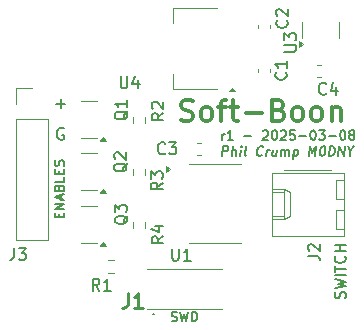
<source format=gbr>
%TF.GenerationSoftware,KiCad,Pcbnew,9.0.0-9.0.0-2~ubuntu24.04.1*%
%TF.CreationDate,2025-03-10T00:00:20+00:00*%
%TF.ProjectId,boondocker-softstart,626f6f6e-646f-4636-9b65-722d736f6674,rev?*%
%TF.SameCoordinates,Original*%
%TF.FileFunction,Legend,Top*%
%TF.FilePolarity,Positive*%
%FSLAX46Y46*%
G04 Gerber Fmt 4.6, Leading zero omitted, Abs format (unit mm)*
G04 Created by KiCad (PCBNEW 9.0.0-9.0.0-2~ubuntu24.04.1) date 2025-03-10 00:00:20*
%MOMM*%
%LPD*%
G01*
G04 APERTURE LIST*
%ADD10C,0.150000*%
%ADD11C,0.360000*%
%ADD12C,0.254000*%
%ADD13C,0.120000*%
%ADD14C,0.100000*%
%ADD15C,0.200000*%
G04 APERTURE END LIST*
D10*
X97689160Y-87494295D02*
X97689160Y-86960961D01*
X97689160Y-87113342D02*
X97727255Y-87037152D01*
X97727255Y-87037152D02*
X97765350Y-86999057D01*
X97765350Y-86999057D02*
X97841541Y-86960961D01*
X97841541Y-86960961D02*
X97917731Y-86960961D01*
X98603445Y-87494295D02*
X98146302Y-87494295D01*
X98374874Y-87494295D02*
X98374874Y-86694295D01*
X98374874Y-86694295D02*
X98298683Y-86808580D01*
X98298683Y-86808580D02*
X98222493Y-86884771D01*
X98222493Y-86884771D02*
X98146302Y-86922866D01*
X99555827Y-87189533D02*
X100165351Y-87189533D01*
X101117731Y-86770485D02*
X101155827Y-86732390D01*
X101155827Y-86732390D02*
X101232017Y-86694295D01*
X101232017Y-86694295D02*
X101422493Y-86694295D01*
X101422493Y-86694295D02*
X101498684Y-86732390D01*
X101498684Y-86732390D02*
X101536779Y-86770485D01*
X101536779Y-86770485D02*
X101574874Y-86846676D01*
X101574874Y-86846676D02*
X101574874Y-86922866D01*
X101574874Y-86922866D02*
X101536779Y-87037152D01*
X101536779Y-87037152D02*
X101079636Y-87494295D01*
X101079636Y-87494295D02*
X101574874Y-87494295D01*
X102070113Y-86694295D02*
X102146303Y-86694295D01*
X102146303Y-86694295D02*
X102222494Y-86732390D01*
X102222494Y-86732390D02*
X102260589Y-86770485D01*
X102260589Y-86770485D02*
X102298684Y-86846676D01*
X102298684Y-86846676D02*
X102336779Y-86999057D01*
X102336779Y-86999057D02*
X102336779Y-87189533D01*
X102336779Y-87189533D02*
X102298684Y-87341914D01*
X102298684Y-87341914D02*
X102260589Y-87418104D01*
X102260589Y-87418104D02*
X102222494Y-87456200D01*
X102222494Y-87456200D02*
X102146303Y-87494295D01*
X102146303Y-87494295D02*
X102070113Y-87494295D01*
X102070113Y-87494295D02*
X101993922Y-87456200D01*
X101993922Y-87456200D02*
X101955827Y-87418104D01*
X101955827Y-87418104D02*
X101917732Y-87341914D01*
X101917732Y-87341914D02*
X101879636Y-87189533D01*
X101879636Y-87189533D02*
X101879636Y-86999057D01*
X101879636Y-86999057D02*
X101917732Y-86846676D01*
X101917732Y-86846676D02*
X101955827Y-86770485D01*
X101955827Y-86770485D02*
X101993922Y-86732390D01*
X101993922Y-86732390D02*
X102070113Y-86694295D01*
X102641541Y-86770485D02*
X102679637Y-86732390D01*
X102679637Y-86732390D02*
X102755827Y-86694295D01*
X102755827Y-86694295D02*
X102946303Y-86694295D01*
X102946303Y-86694295D02*
X103022494Y-86732390D01*
X103022494Y-86732390D02*
X103060589Y-86770485D01*
X103060589Y-86770485D02*
X103098684Y-86846676D01*
X103098684Y-86846676D02*
X103098684Y-86922866D01*
X103098684Y-86922866D02*
X103060589Y-87037152D01*
X103060589Y-87037152D02*
X102603446Y-87494295D01*
X102603446Y-87494295D02*
X103098684Y-87494295D01*
X103822494Y-86694295D02*
X103441542Y-86694295D01*
X103441542Y-86694295D02*
X103403446Y-87075247D01*
X103403446Y-87075247D02*
X103441542Y-87037152D01*
X103441542Y-87037152D02*
X103517732Y-86999057D01*
X103517732Y-86999057D02*
X103708208Y-86999057D01*
X103708208Y-86999057D02*
X103784399Y-87037152D01*
X103784399Y-87037152D02*
X103822494Y-87075247D01*
X103822494Y-87075247D02*
X103860589Y-87151438D01*
X103860589Y-87151438D02*
X103860589Y-87341914D01*
X103860589Y-87341914D02*
X103822494Y-87418104D01*
X103822494Y-87418104D02*
X103784399Y-87456200D01*
X103784399Y-87456200D02*
X103708208Y-87494295D01*
X103708208Y-87494295D02*
X103517732Y-87494295D01*
X103517732Y-87494295D02*
X103441542Y-87456200D01*
X103441542Y-87456200D02*
X103403446Y-87418104D01*
X104203447Y-87189533D02*
X104812971Y-87189533D01*
X105346304Y-86694295D02*
X105422494Y-86694295D01*
X105422494Y-86694295D02*
X105498685Y-86732390D01*
X105498685Y-86732390D02*
X105536780Y-86770485D01*
X105536780Y-86770485D02*
X105574875Y-86846676D01*
X105574875Y-86846676D02*
X105612970Y-86999057D01*
X105612970Y-86999057D02*
X105612970Y-87189533D01*
X105612970Y-87189533D02*
X105574875Y-87341914D01*
X105574875Y-87341914D02*
X105536780Y-87418104D01*
X105536780Y-87418104D02*
X105498685Y-87456200D01*
X105498685Y-87456200D02*
X105422494Y-87494295D01*
X105422494Y-87494295D02*
X105346304Y-87494295D01*
X105346304Y-87494295D02*
X105270113Y-87456200D01*
X105270113Y-87456200D02*
X105232018Y-87418104D01*
X105232018Y-87418104D02*
X105193923Y-87341914D01*
X105193923Y-87341914D02*
X105155827Y-87189533D01*
X105155827Y-87189533D02*
X105155827Y-86999057D01*
X105155827Y-86999057D02*
X105193923Y-86846676D01*
X105193923Y-86846676D02*
X105232018Y-86770485D01*
X105232018Y-86770485D02*
X105270113Y-86732390D01*
X105270113Y-86732390D02*
X105346304Y-86694295D01*
X105879637Y-86694295D02*
X106374875Y-86694295D01*
X106374875Y-86694295D02*
X106108209Y-86999057D01*
X106108209Y-86999057D02*
X106222494Y-86999057D01*
X106222494Y-86999057D02*
X106298685Y-87037152D01*
X106298685Y-87037152D02*
X106336780Y-87075247D01*
X106336780Y-87075247D02*
X106374875Y-87151438D01*
X106374875Y-87151438D02*
X106374875Y-87341914D01*
X106374875Y-87341914D02*
X106336780Y-87418104D01*
X106336780Y-87418104D02*
X106298685Y-87456200D01*
X106298685Y-87456200D02*
X106222494Y-87494295D01*
X106222494Y-87494295D02*
X105993923Y-87494295D01*
X105993923Y-87494295D02*
X105917732Y-87456200D01*
X105917732Y-87456200D02*
X105879637Y-87418104D01*
X106717733Y-87189533D02*
X107327257Y-87189533D01*
X107860590Y-86694295D02*
X107936780Y-86694295D01*
X107936780Y-86694295D02*
X108012971Y-86732390D01*
X108012971Y-86732390D02*
X108051066Y-86770485D01*
X108051066Y-86770485D02*
X108089161Y-86846676D01*
X108089161Y-86846676D02*
X108127256Y-86999057D01*
X108127256Y-86999057D02*
X108127256Y-87189533D01*
X108127256Y-87189533D02*
X108089161Y-87341914D01*
X108089161Y-87341914D02*
X108051066Y-87418104D01*
X108051066Y-87418104D02*
X108012971Y-87456200D01*
X108012971Y-87456200D02*
X107936780Y-87494295D01*
X107936780Y-87494295D02*
X107860590Y-87494295D01*
X107860590Y-87494295D02*
X107784399Y-87456200D01*
X107784399Y-87456200D02*
X107746304Y-87418104D01*
X107746304Y-87418104D02*
X107708209Y-87341914D01*
X107708209Y-87341914D02*
X107670113Y-87189533D01*
X107670113Y-87189533D02*
X107670113Y-86999057D01*
X107670113Y-86999057D02*
X107708209Y-86846676D01*
X107708209Y-86846676D02*
X107746304Y-86770485D01*
X107746304Y-86770485D02*
X107784399Y-86732390D01*
X107784399Y-86732390D02*
X107860590Y-86694295D01*
X108584399Y-87037152D02*
X108508209Y-86999057D01*
X108508209Y-86999057D02*
X108470114Y-86960961D01*
X108470114Y-86960961D02*
X108432018Y-86884771D01*
X108432018Y-86884771D02*
X108432018Y-86846676D01*
X108432018Y-86846676D02*
X108470114Y-86770485D01*
X108470114Y-86770485D02*
X108508209Y-86732390D01*
X108508209Y-86732390D02*
X108584399Y-86694295D01*
X108584399Y-86694295D02*
X108736780Y-86694295D01*
X108736780Y-86694295D02*
X108812971Y-86732390D01*
X108812971Y-86732390D02*
X108851066Y-86770485D01*
X108851066Y-86770485D02*
X108889161Y-86846676D01*
X108889161Y-86846676D02*
X108889161Y-86884771D01*
X108889161Y-86884771D02*
X108851066Y-86960961D01*
X108851066Y-86960961D02*
X108812971Y-86999057D01*
X108812971Y-86999057D02*
X108736780Y-87037152D01*
X108736780Y-87037152D02*
X108584399Y-87037152D01*
X108584399Y-87037152D02*
X108508209Y-87075247D01*
X108508209Y-87075247D02*
X108470114Y-87113342D01*
X108470114Y-87113342D02*
X108432018Y-87189533D01*
X108432018Y-87189533D02*
X108432018Y-87341914D01*
X108432018Y-87341914D02*
X108470114Y-87418104D01*
X108470114Y-87418104D02*
X108508209Y-87456200D01*
X108508209Y-87456200D02*
X108584399Y-87494295D01*
X108584399Y-87494295D02*
X108736780Y-87494295D01*
X108736780Y-87494295D02*
X108812971Y-87456200D01*
X108812971Y-87456200D02*
X108851066Y-87418104D01*
X108851066Y-87418104D02*
X108889161Y-87341914D01*
X108889161Y-87341914D02*
X108889161Y-87189533D01*
X108889161Y-87189533D02*
X108851066Y-87113342D01*
X108851066Y-87113342D02*
X108812971Y-87075247D01*
X108812971Y-87075247D02*
X108736780Y-87037152D01*
X97684398Y-88844295D02*
X97784398Y-88044295D01*
X97784398Y-88044295D02*
X98089160Y-88044295D01*
X98089160Y-88044295D02*
X98160588Y-88082390D01*
X98160588Y-88082390D02*
X98193922Y-88120485D01*
X98193922Y-88120485D02*
X98222493Y-88196676D01*
X98222493Y-88196676D02*
X98208207Y-88310961D01*
X98208207Y-88310961D02*
X98160588Y-88387152D01*
X98160588Y-88387152D02*
X98117731Y-88425247D01*
X98117731Y-88425247D02*
X98036779Y-88463342D01*
X98036779Y-88463342D02*
X97732017Y-88463342D01*
X98484398Y-88844295D02*
X98584398Y-88044295D01*
X98827255Y-88844295D02*
X98879636Y-88425247D01*
X98879636Y-88425247D02*
X98851064Y-88349057D01*
X98851064Y-88349057D02*
X98779636Y-88310961D01*
X98779636Y-88310961D02*
X98665350Y-88310961D01*
X98665350Y-88310961D02*
X98584398Y-88349057D01*
X98584398Y-88349057D02*
X98541541Y-88387152D01*
X99208208Y-88844295D02*
X99274874Y-88310961D01*
X99308208Y-88044295D02*
X99265351Y-88082390D01*
X99265351Y-88082390D02*
X99298684Y-88120485D01*
X99298684Y-88120485D02*
X99341541Y-88082390D01*
X99341541Y-88082390D02*
X99308208Y-88044295D01*
X99308208Y-88044295D02*
X99298684Y-88120485D01*
X99703446Y-88844295D02*
X99632017Y-88806200D01*
X99632017Y-88806200D02*
X99603446Y-88730009D01*
X99603446Y-88730009D02*
X99689160Y-88044295D01*
X101084398Y-88768104D02*
X101041541Y-88806200D01*
X101041541Y-88806200D02*
X100922494Y-88844295D01*
X100922494Y-88844295D02*
X100846303Y-88844295D01*
X100846303Y-88844295D02*
X100736779Y-88806200D01*
X100736779Y-88806200D02*
X100670113Y-88730009D01*
X100670113Y-88730009D02*
X100641541Y-88653819D01*
X100641541Y-88653819D02*
X100622494Y-88501438D01*
X100622494Y-88501438D02*
X100636779Y-88387152D01*
X100636779Y-88387152D02*
X100693922Y-88234771D01*
X100693922Y-88234771D02*
X100741541Y-88158580D01*
X100741541Y-88158580D02*
X100827256Y-88082390D01*
X100827256Y-88082390D02*
X100946303Y-88044295D01*
X100946303Y-88044295D02*
X101022494Y-88044295D01*
X101022494Y-88044295D02*
X101132018Y-88082390D01*
X101132018Y-88082390D02*
X101165351Y-88120485D01*
X101417732Y-88844295D02*
X101484398Y-88310961D01*
X101465351Y-88463342D02*
X101512970Y-88387152D01*
X101512970Y-88387152D02*
X101555827Y-88349057D01*
X101555827Y-88349057D02*
X101636779Y-88310961D01*
X101636779Y-88310961D02*
X101712970Y-88310961D01*
X102322494Y-88310961D02*
X102255827Y-88844295D01*
X101979636Y-88310961D02*
X101927256Y-88730009D01*
X101927256Y-88730009D02*
X101955827Y-88806200D01*
X101955827Y-88806200D02*
X102027256Y-88844295D01*
X102027256Y-88844295D02*
X102141541Y-88844295D01*
X102141541Y-88844295D02*
X102222494Y-88806200D01*
X102222494Y-88806200D02*
X102265351Y-88768104D01*
X102636780Y-88844295D02*
X102703446Y-88310961D01*
X102693923Y-88387152D02*
X102736780Y-88349057D01*
X102736780Y-88349057D02*
X102817732Y-88310961D01*
X102817732Y-88310961D02*
X102932018Y-88310961D01*
X102932018Y-88310961D02*
X103003446Y-88349057D01*
X103003446Y-88349057D02*
X103032018Y-88425247D01*
X103032018Y-88425247D02*
X102979637Y-88844295D01*
X103032018Y-88425247D02*
X103079637Y-88349057D01*
X103079637Y-88349057D02*
X103160589Y-88310961D01*
X103160589Y-88310961D02*
X103274875Y-88310961D01*
X103274875Y-88310961D02*
X103346304Y-88349057D01*
X103346304Y-88349057D02*
X103374875Y-88425247D01*
X103374875Y-88425247D02*
X103322494Y-88844295D01*
X103770113Y-88310961D02*
X103670113Y-89110961D01*
X103765352Y-88349057D02*
X103846304Y-88310961D01*
X103846304Y-88310961D02*
X103998685Y-88310961D01*
X103998685Y-88310961D02*
X104070113Y-88349057D01*
X104070113Y-88349057D02*
X104103447Y-88387152D01*
X104103447Y-88387152D02*
X104132018Y-88463342D01*
X104132018Y-88463342D02*
X104103447Y-88691914D01*
X104103447Y-88691914D02*
X104055828Y-88768104D01*
X104055828Y-88768104D02*
X104012971Y-88806200D01*
X104012971Y-88806200D02*
X103932018Y-88844295D01*
X103932018Y-88844295D02*
X103779637Y-88844295D01*
X103779637Y-88844295D02*
X103708209Y-88806200D01*
X105036781Y-88844295D02*
X105136781Y-88044295D01*
X105136781Y-88044295D02*
X105332019Y-88615723D01*
X105332019Y-88615723D02*
X105670114Y-88044295D01*
X105670114Y-88044295D02*
X105570114Y-88844295D01*
X106203448Y-88044295D02*
X106279638Y-88044295D01*
X106279638Y-88044295D02*
X106351067Y-88082390D01*
X106351067Y-88082390D02*
X106384400Y-88120485D01*
X106384400Y-88120485D02*
X106412972Y-88196676D01*
X106412972Y-88196676D02*
X106432019Y-88349057D01*
X106432019Y-88349057D02*
X106408210Y-88539533D01*
X106408210Y-88539533D02*
X106351067Y-88691914D01*
X106351067Y-88691914D02*
X106303448Y-88768104D01*
X106303448Y-88768104D02*
X106260591Y-88806200D01*
X106260591Y-88806200D02*
X106179638Y-88844295D01*
X106179638Y-88844295D02*
X106103448Y-88844295D01*
X106103448Y-88844295D02*
X106032019Y-88806200D01*
X106032019Y-88806200D02*
X105998686Y-88768104D01*
X105998686Y-88768104D02*
X105970114Y-88691914D01*
X105970114Y-88691914D02*
X105951067Y-88539533D01*
X105951067Y-88539533D02*
X105974876Y-88349057D01*
X105974876Y-88349057D02*
X106032019Y-88196676D01*
X106032019Y-88196676D02*
X106079638Y-88120485D01*
X106079638Y-88120485D02*
X106122495Y-88082390D01*
X106122495Y-88082390D02*
X106203448Y-88044295D01*
X106712972Y-88844295D02*
X106812972Y-88044295D01*
X106812972Y-88044295D02*
X107003448Y-88044295D01*
X107003448Y-88044295D02*
X107112972Y-88082390D01*
X107112972Y-88082390D02*
X107179638Y-88158580D01*
X107179638Y-88158580D02*
X107208210Y-88234771D01*
X107208210Y-88234771D02*
X107227258Y-88387152D01*
X107227258Y-88387152D02*
X107212972Y-88501438D01*
X107212972Y-88501438D02*
X107155829Y-88653819D01*
X107155829Y-88653819D02*
X107108210Y-88730009D01*
X107108210Y-88730009D02*
X107022496Y-88806200D01*
X107022496Y-88806200D02*
X106903448Y-88844295D01*
X106903448Y-88844295D02*
X106712972Y-88844295D01*
X107512972Y-88844295D02*
X107612972Y-88044295D01*
X107612972Y-88044295D02*
X107970115Y-88844295D01*
X107970115Y-88844295D02*
X108070115Y-88044295D01*
X108551067Y-88463342D02*
X108503448Y-88844295D01*
X108336781Y-88044295D02*
X108551067Y-88463342D01*
X108551067Y-88463342D02*
X108870114Y-88044295D01*
X108089200Y-100879887D02*
X108132057Y-100751316D01*
X108132057Y-100751316D02*
X108132057Y-100537030D01*
X108132057Y-100537030D02*
X108089200Y-100451316D01*
X108089200Y-100451316D02*
X108046342Y-100408458D01*
X108046342Y-100408458D02*
X107960628Y-100365601D01*
X107960628Y-100365601D02*
X107874914Y-100365601D01*
X107874914Y-100365601D02*
X107789200Y-100408458D01*
X107789200Y-100408458D02*
X107746342Y-100451316D01*
X107746342Y-100451316D02*
X107703485Y-100537030D01*
X107703485Y-100537030D02*
X107660628Y-100708458D01*
X107660628Y-100708458D02*
X107617771Y-100794173D01*
X107617771Y-100794173D02*
X107574914Y-100837030D01*
X107574914Y-100837030D02*
X107489200Y-100879887D01*
X107489200Y-100879887D02*
X107403485Y-100879887D01*
X107403485Y-100879887D02*
X107317771Y-100837030D01*
X107317771Y-100837030D02*
X107274914Y-100794173D01*
X107274914Y-100794173D02*
X107232057Y-100708458D01*
X107232057Y-100708458D02*
X107232057Y-100494173D01*
X107232057Y-100494173D02*
X107274914Y-100365601D01*
X107232057Y-100065601D02*
X108132057Y-99851315D01*
X108132057Y-99851315D02*
X107489200Y-99679887D01*
X107489200Y-99679887D02*
X108132057Y-99508458D01*
X108132057Y-99508458D02*
X107232057Y-99294173D01*
X108132057Y-98951316D02*
X107232057Y-98951316D01*
X107232057Y-98651316D02*
X107232057Y-98137031D01*
X108132057Y-98394173D02*
X107232057Y-98394173D01*
X108046342Y-97322745D02*
X108089200Y-97365602D01*
X108089200Y-97365602D02*
X108132057Y-97494174D01*
X108132057Y-97494174D02*
X108132057Y-97579888D01*
X108132057Y-97579888D02*
X108089200Y-97708459D01*
X108089200Y-97708459D02*
X108003485Y-97794174D01*
X108003485Y-97794174D02*
X107917771Y-97837031D01*
X107917771Y-97837031D02*
X107746342Y-97879888D01*
X107746342Y-97879888D02*
X107617771Y-97879888D01*
X107617771Y-97879888D02*
X107446342Y-97837031D01*
X107446342Y-97837031D02*
X107360628Y-97794174D01*
X107360628Y-97794174D02*
X107274914Y-97708459D01*
X107274914Y-97708459D02*
X107232057Y-97579888D01*
X107232057Y-97579888D02*
X107232057Y-97494174D01*
X107232057Y-97494174D02*
X107274914Y-97365602D01*
X107274914Y-97365602D02*
X107317771Y-97322745D01*
X108132057Y-96937031D02*
X107232057Y-96937031D01*
X107660628Y-96937031D02*
X107660628Y-96422745D01*
X108132057Y-96422745D02*
X107232057Y-96422745D01*
X83875247Y-94060839D02*
X83875247Y-93794173D01*
X84294295Y-93679887D02*
X84294295Y-94060839D01*
X84294295Y-94060839D02*
X83494295Y-94060839D01*
X83494295Y-94060839D02*
X83494295Y-93679887D01*
X84294295Y-93337029D02*
X83494295Y-93337029D01*
X83494295Y-93337029D02*
X84294295Y-92879886D01*
X84294295Y-92879886D02*
X83494295Y-92879886D01*
X84065723Y-92537030D02*
X84065723Y-92156077D01*
X84294295Y-92613220D02*
X83494295Y-92346553D01*
X83494295Y-92346553D02*
X84294295Y-92079887D01*
X83875247Y-91546554D02*
X83913342Y-91432268D01*
X83913342Y-91432268D02*
X83951438Y-91394173D01*
X83951438Y-91394173D02*
X84027628Y-91356077D01*
X84027628Y-91356077D02*
X84141914Y-91356077D01*
X84141914Y-91356077D02*
X84218104Y-91394173D01*
X84218104Y-91394173D02*
X84256200Y-91432268D01*
X84256200Y-91432268D02*
X84294295Y-91508458D01*
X84294295Y-91508458D02*
X84294295Y-91813220D01*
X84294295Y-91813220D02*
X83494295Y-91813220D01*
X83494295Y-91813220D02*
X83494295Y-91546554D01*
X83494295Y-91546554D02*
X83532390Y-91470363D01*
X83532390Y-91470363D02*
X83570485Y-91432268D01*
X83570485Y-91432268D02*
X83646676Y-91394173D01*
X83646676Y-91394173D02*
X83722866Y-91394173D01*
X83722866Y-91394173D02*
X83799057Y-91432268D01*
X83799057Y-91432268D02*
X83837152Y-91470363D01*
X83837152Y-91470363D02*
X83875247Y-91546554D01*
X83875247Y-91546554D02*
X83875247Y-91813220D01*
X84294295Y-90632268D02*
X84294295Y-91013220D01*
X84294295Y-91013220D02*
X83494295Y-91013220D01*
X83875247Y-90365601D02*
X83875247Y-90098935D01*
X84294295Y-89984649D02*
X84294295Y-90365601D01*
X84294295Y-90365601D02*
X83494295Y-90365601D01*
X83494295Y-90365601D02*
X83494295Y-89984649D01*
X84256200Y-89679887D02*
X84294295Y-89565601D01*
X84294295Y-89565601D02*
X84294295Y-89375125D01*
X84294295Y-89375125D02*
X84256200Y-89298934D01*
X84256200Y-89298934D02*
X84218104Y-89260839D01*
X84218104Y-89260839D02*
X84141914Y-89222744D01*
X84141914Y-89222744D02*
X84065723Y-89222744D01*
X84065723Y-89222744D02*
X83989533Y-89260839D01*
X83989533Y-89260839D02*
X83951438Y-89298934D01*
X83951438Y-89298934D02*
X83913342Y-89375125D01*
X83913342Y-89375125D02*
X83875247Y-89527506D01*
X83875247Y-89527506D02*
X83837152Y-89603696D01*
X83837152Y-89603696D02*
X83799057Y-89641791D01*
X83799057Y-89641791D02*
X83722866Y-89679887D01*
X83722866Y-89679887D02*
X83646676Y-89679887D01*
X83646676Y-89679887D02*
X83570485Y-89641791D01*
X83570485Y-89641791D02*
X83532390Y-89603696D01*
X83532390Y-89603696D02*
X83494295Y-89527506D01*
X83494295Y-89527506D02*
X83494295Y-89337029D01*
X83494295Y-89337029D02*
X83532390Y-89222744D01*
D11*
X94179699Y-85825280D02*
X94436842Y-85910994D01*
X94436842Y-85910994D02*
X94865413Y-85910994D01*
X94865413Y-85910994D02*
X95036842Y-85825280D01*
X95036842Y-85825280D02*
X95122556Y-85739565D01*
X95122556Y-85739565D02*
X95208270Y-85568137D01*
X95208270Y-85568137D02*
X95208270Y-85396708D01*
X95208270Y-85396708D02*
X95122556Y-85225280D01*
X95122556Y-85225280D02*
X95036842Y-85139565D01*
X95036842Y-85139565D02*
X94865413Y-85053851D01*
X94865413Y-85053851D02*
X94522556Y-84968137D01*
X94522556Y-84968137D02*
X94351127Y-84882422D01*
X94351127Y-84882422D02*
X94265413Y-84796708D01*
X94265413Y-84796708D02*
X94179699Y-84625280D01*
X94179699Y-84625280D02*
X94179699Y-84453851D01*
X94179699Y-84453851D02*
X94265413Y-84282422D01*
X94265413Y-84282422D02*
X94351127Y-84196708D01*
X94351127Y-84196708D02*
X94522556Y-84110994D01*
X94522556Y-84110994D02*
X94951127Y-84110994D01*
X94951127Y-84110994D02*
X95208270Y-84196708D01*
X96236842Y-85910994D02*
X96065413Y-85825280D01*
X96065413Y-85825280D02*
X95979699Y-85739565D01*
X95979699Y-85739565D02*
X95893985Y-85568137D01*
X95893985Y-85568137D02*
X95893985Y-85053851D01*
X95893985Y-85053851D02*
X95979699Y-84882422D01*
X95979699Y-84882422D02*
X96065413Y-84796708D01*
X96065413Y-84796708D02*
X96236842Y-84710994D01*
X96236842Y-84710994D02*
X96493985Y-84710994D01*
X96493985Y-84710994D02*
X96665413Y-84796708D01*
X96665413Y-84796708D02*
X96751128Y-84882422D01*
X96751128Y-84882422D02*
X96836842Y-85053851D01*
X96836842Y-85053851D02*
X96836842Y-85568137D01*
X96836842Y-85568137D02*
X96751128Y-85739565D01*
X96751128Y-85739565D02*
X96665413Y-85825280D01*
X96665413Y-85825280D02*
X96493985Y-85910994D01*
X96493985Y-85910994D02*
X96236842Y-85910994D01*
X97351127Y-84710994D02*
X98036841Y-84710994D01*
X97608270Y-85910994D02*
X97608270Y-84368137D01*
X97608270Y-84368137D02*
X97693984Y-84196708D01*
X97693984Y-84196708D02*
X97865413Y-84110994D01*
X97865413Y-84110994D02*
X98036841Y-84110994D01*
X98379698Y-84710994D02*
X99065412Y-84710994D01*
X98636841Y-84110994D02*
X98636841Y-85653851D01*
X98636841Y-85653851D02*
X98722555Y-85825280D01*
X98722555Y-85825280D02*
X98893984Y-85910994D01*
X98893984Y-85910994D02*
X99065412Y-85910994D01*
X99665412Y-85225280D02*
X101036841Y-85225280D01*
X102493983Y-84968137D02*
X102751126Y-85053851D01*
X102751126Y-85053851D02*
X102836840Y-85139565D01*
X102836840Y-85139565D02*
X102922554Y-85310994D01*
X102922554Y-85310994D02*
X102922554Y-85568137D01*
X102922554Y-85568137D02*
X102836840Y-85739565D01*
X102836840Y-85739565D02*
X102751126Y-85825280D01*
X102751126Y-85825280D02*
X102579697Y-85910994D01*
X102579697Y-85910994D02*
X101893983Y-85910994D01*
X101893983Y-85910994D02*
X101893983Y-84110994D01*
X101893983Y-84110994D02*
X102493983Y-84110994D01*
X102493983Y-84110994D02*
X102665412Y-84196708D01*
X102665412Y-84196708D02*
X102751126Y-84282422D01*
X102751126Y-84282422D02*
X102836840Y-84453851D01*
X102836840Y-84453851D02*
X102836840Y-84625280D01*
X102836840Y-84625280D02*
X102751126Y-84796708D01*
X102751126Y-84796708D02*
X102665412Y-84882422D01*
X102665412Y-84882422D02*
X102493983Y-84968137D01*
X102493983Y-84968137D02*
X101893983Y-84968137D01*
X103951126Y-85910994D02*
X103779697Y-85825280D01*
X103779697Y-85825280D02*
X103693983Y-85739565D01*
X103693983Y-85739565D02*
X103608269Y-85568137D01*
X103608269Y-85568137D02*
X103608269Y-85053851D01*
X103608269Y-85053851D02*
X103693983Y-84882422D01*
X103693983Y-84882422D02*
X103779697Y-84796708D01*
X103779697Y-84796708D02*
X103951126Y-84710994D01*
X103951126Y-84710994D02*
X104208269Y-84710994D01*
X104208269Y-84710994D02*
X104379697Y-84796708D01*
X104379697Y-84796708D02*
X104465412Y-84882422D01*
X104465412Y-84882422D02*
X104551126Y-85053851D01*
X104551126Y-85053851D02*
X104551126Y-85568137D01*
X104551126Y-85568137D02*
X104465412Y-85739565D01*
X104465412Y-85739565D02*
X104379697Y-85825280D01*
X104379697Y-85825280D02*
X104208269Y-85910994D01*
X104208269Y-85910994D02*
X103951126Y-85910994D01*
X105579697Y-85910994D02*
X105408268Y-85825280D01*
X105408268Y-85825280D02*
X105322554Y-85739565D01*
X105322554Y-85739565D02*
X105236840Y-85568137D01*
X105236840Y-85568137D02*
X105236840Y-85053851D01*
X105236840Y-85053851D02*
X105322554Y-84882422D01*
X105322554Y-84882422D02*
X105408268Y-84796708D01*
X105408268Y-84796708D02*
X105579697Y-84710994D01*
X105579697Y-84710994D02*
X105836840Y-84710994D01*
X105836840Y-84710994D02*
X106008268Y-84796708D01*
X106008268Y-84796708D02*
X106093983Y-84882422D01*
X106093983Y-84882422D02*
X106179697Y-85053851D01*
X106179697Y-85053851D02*
X106179697Y-85568137D01*
X106179697Y-85568137D02*
X106093983Y-85739565D01*
X106093983Y-85739565D02*
X106008268Y-85825280D01*
X106008268Y-85825280D02*
X105836840Y-85910994D01*
X105836840Y-85910994D02*
X105579697Y-85910994D01*
X106951125Y-84710994D02*
X106951125Y-85910994D01*
X106951125Y-84882422D02*
X107036839Y-84796708D01*
X107036839Y-84796708D02*
X107208268Y-84710994D01*
X107208268Y-84710994D02*
X107465411Y-84710994D01*
X107465411Y-84710994D02*
X107636839Y-84796708D01*
X107636839Y-84796708D02*
X107722554Y-84968137D01*
X107722554Y-84968137D02*
X107722554Y-85910994D01*
D10*
X83636779Y-84438866D02*
X84398684Y-84438866D01*
X84017731Y-84819819D02*
X84017731Y-84057914D01*
X93401064Y-102806200D02*
X93515350Y-102844295D01*
X93515350Y-102844295D02*
X93705826Y-102844295D01*
X93705826Y-102844295D02*
X93782017Y-102806200D01*
X93782017Y-102806200D02*
X93820112Y-102768104D01*
X93820112Y-102768104D02*
X93858207Y-102691914D01*
X93858207Y-102691914D02*
X93858207Y-102615723D01*
X93858207Y-102615723D02*
X93820112Y-102539533D01*
X93820112Y-102539533D02*
X93782017Y-102501438D01*
X93782017Y-102501438D02*
X93705826Y-102463342D01*
X93705826Y-102463342D02*
X93553445Y-102425247D01*
X93553445Y-102425247D02*
X93477255Y-102387152D01*
X93477255Y-102387152D02*
X93439160Y-102349057D01*
X93439160Y-102349057D02*
X93401064Y-102272866D01*
X93401064Y-102272866D02*
X93401064Y-102196676D01*
X93401064Y-102196676D02*
X93439160Y-102120485D01*
X93439160Y-102120485D02*
X93477255Y-102082390D01*
X93477255Y-102082390D02*
X93553445Y-102044295D01*
X93553445Y-102044295D02*
X93743922Y-102044295D01*
X93743922Y-102044295D02*
X93858207Y-102082390D01*
X94124874Y-102044295D02*
X94315350Y-102844295D01*
X94315350Y-102844295D02*
X94467731Y-102272866D01*
X94467731Y-102272866D02*
X94620112Y-102844295D01*
X94620112Y-102844295D02*
X94810589Y-102044295D01*
X95115351Y-102844295D02*
X95115351Y-102044295D01*
X95115351Y-102044295D02*
X95305827Y-102044295D01*
X95305827Y-102044295D02*
X95420113Y-102082390D01*
X95420113Y-102082390D02*
X95496303Y-102158580D01*
X95496303Y-102158580D02*
X95534398Y-102234771D01*
X95534398Y-102234771D02*
X95572494Y-102387152D01*
X95572494Y-102387152D02*
X95572494Y-102501438D01*
X95572494Y-102501438D02*
X95534398Y-102653819D01*
X95534398Y-102653819D02*
X95496303Y-102730009D01*
X95496303Y-102730009D02*
X95420113Y-102806200D01*
X95420113Y-102806200D02*
X95305827Y-102844295D01*
X95305827Y-102844295D02*
X95115351Y-102844295D01*
X84260588Y-86517438D02*
X84165350Y-86469819D01*
X84165350Y-86469819D02*
X84022493Y-86469819D01*
X84022493Y-86469819D02*
X83879636Y-86517438D01*
X83879636Y-86517438D02*
X83784398Y-86612676D01*
X83784398Y-86612676D02*
X83736779Y-86707914D01*
X83736779Y-86707914D02*
X83689160Y-86898390D01*
X83689160Y-86898390D02*
X83689160Y-87041247D01*
X83689160Y-87041247D02*
X83736779Y-87231723D01*
X83736779Y-87231723D02*
X83784398Y-87326961D01*
X83784398Y-87326961D02*
X83879636Y-87422200D01*
X83879636Y-87422200D02*
X84022493Y-87469819D01*
X84022493Y-87469819D02*
X84117731Y-87469819D01*
X84117731Y-87469819D02*
X84260588Y-87422200D01*
X84260588Y-87422200D02*
X84308207Y-87374580D01*
X84308207Y-87374580D02*
X84308207Y-87041247D01*
X84308207Y-87041247D02*
X84117731Y-87041247D01*
X104954819Y-97313333D02*
X105669104Y-97313333D01*
X105669104Y-97313333D02*
X105811961Y-97360952D01*
X105811961Y-97360952D02*
X105907200Y-97456190D01*
X105907200Y-97456190D02*
X105954819Y-97599047D01*
X105954819Y-97599047D02*
X105954819Y-97694285D01*
X105050057Y-96884761D02*
X105002438Y-96837142D01*
X105002438Y-96837142D02*
X104954819Y-96741904D01*
X104954819Y-96741904D02*
X104954819Y-96503809D01*
X104954819Y-96503809D02*
X105002438Y-96408571D01*
X105002438Y-96408571D02*
X105050057Y-96360952D01*
X105050057Y-96360952D02*
X105145295Y-96313333D01*
X105145295Y-96313333D02*
X105240533Y-96313333D01*
X105240533Y-96313333D02*
X105383390Y-96360952D01*
X105383390Y-96360952D02*
X105954819Y-96932380D01*
X105954819Y-96932380D02*
X105954819Y-96313333D01*
X87295833Y-100254819D02*
X86962500Y-99778628D01*
X86724405Y-100254819D02*
X86724405Y-99254819D01*
X86724405Y-99254819D02*
X87105357Y-99254819D01*
X87105357Y-99254819D02*
X87200595Y-99302438D01*
X87200595Y-99302438D02*
X87248214Y-99350057D01*
X87248214Y-99350057D02*
X87295833Y-99445295D01*
X87295833Y-99445295D02*
X87295833Y-99588152D01*
X87295833Y-99588152D02*
X87248214Y-99683390D01*
X87248214Y-99683390D02*
X87200595Y-99731009D01*
X87200595Y-99731009D02*
X87105357Y-99778628D01*
X87105357Y-99778628D02*
X86724405Y-99778628D01*
X88248214Y-100254819D02*
X87676786Y-100254819D01*
X87962500Y-100254819D02*
X87962500Y-99254819D01*
X87962500Y-99254819D02*
X87867262Y-99397676D01*
X87867262Y-99397676D02*
X87772024Y-99492914D01*
X87772024Y-99492914D02*
X87676786Y-99540533D01*
X106483333Y-83559580D02*
X106435714Y-83607200D01*
X106435714Y-83607200D02*
X106292857Y-83654819D01*
X106292857Y-83654819D02*
X106197619Y-83654819D01*
X106197619Y-83654819D02*
X106054762Y-83607200D01*
X106054762Y-83607200D02*
X105959524Y-83511961D01*
X105959524Y-83511961D02*
X105911905Y-83416723D01*
X105911905Y-83416723D02*
X105864286Y-83226247D01*
X105864286Y-83226247D02*
X105864286Y-83083390D01*
X105864286Y-83083390D02*
X105911905Y-82892914D01*
X105911905Y-82892914D02*
X105959524Y-82797676D01*
X105959524Y-82797676D02*
X106054762Y-82702438D01*
X106054762Y-82702438D02*
X106197619Y-82654819D01*
X106197619Y-82654819D02*
X106292857Y-82654819D01*
X106292857Y-82654819D02*
X106435714Y-82702438D01*
X106435714Y-82702438D02*
X106483333Y-82750057D01*
X107340476Y-82988152D02*
X107340476Y-83654819D01*
X107102381Y-82607200D02*
X106864286Y-83321485D01*
X106864286Y-83321485D02*
X107483333Y-83321485D01*
X80066666Y-96654819D02*
X80066666Y-97369104D01*
X80066666Y-97369104D02*
X80019047Y-97511961D01*
X80019047Y-97511961D02*
X79923809Y-97607200D01*
X79923809Y-97607200D02*
X79780952Y-97654819D01*
X79780952Y-97654819D02*
X79685714Y-97654819D01*
X80447619Y-96654819D02*
X81066666Y-96654819D01*
X81066666Y-96654819D02*
X80733333Y-97035771D01*
X80733333Y-97035771D02*
X80876190Y-97035771D01*
X80876190Y-97035771D02*
X80971428Y-97083390D01*
X80971428Y-97083390D02*
X81019047Y-97131009D01*
X81019047Y-97131009D02*
X81066666Y-97226247D01*
X81066666Y-97226247D02*
X81066666Y-97464342D01*
X81066666Y-97464342D02*
X81019047Y-97559580D01*
X81019047Y-97559580D02*
X80971428Y-97607200D01*
X80971428Y-97607200D02*
X80876190Y-97654819D01*
X80876190Y-97654819D02*
X80590476Y-97654819D01*
X80590476Y-97654819D02*
X80495238Y-97607200D01*
X80495238Y-97607200D02*
X80447619Y-97559580D01*
X103159580Y-77366666D02*
X103207200Y-77414285D01*
X103207200Y-77414285D02*
X103254819Y-77557142D01*
X103254819Y-77557142D02*
X103254819Y-77652380D01*
X103254819Y-77652380D02*
X103207200Y-77795237D01*
X103207200Y-77795237D02*
X103111961Y-77890475D01*
X103111961Y-77890475D02*
X103016723Y-77938094D01*
X103016723Y-77938094D02*
X102826247Y-77985713D01*
X102826247Y-77985713D02*
X102683390Y-77985713D01*
X102683390Y-77985713D02*
X102492914Y-77938094D01*
X102492914Y-77938094D02*
X102397676Y-77890475D01*
X102397676Y-77890475D02*
X102302438Y-77795237D01*
X102302438Y-77795237D02*
X102254819Y-77652380D01*
X102254819Y-77652380D02*
X102254819Y-77557142D01*
X102254819Y-77557142D02*
X102302438Y-77414285D01*
X102302438Y-77414285D02*
X102350057Y-77366666D01*
X102350057Y-76985713D02*
X102302438Y-76938094D01*
X102302438Y-76938094D02*
X102254819Y-76842856D01*
X102254819Y-76842856D02*
X102254819Y-76604761D01*
X102254819Y-76604761D02*
X102302438Y-76509523D01*
X102302438Y-76509523D02*
X102350057Y-76461904D01*
X102350057Y-76461904D02*
X102445295Y-76414285D01*
X102445295Y-76414285D02*
X102540533Y-76414285D01*
X102540533Y-76414285D02*
X102683390Y-76461904D01*
X102683390Y-76461904D02*
X103254819Y-77033332D01*
X103254819Y-77033332D02*
X103254819Y-76414285D01*
X89650057Y-89445238D02*
X89602438Y-89540476D01*
X89602438Y-89540476D02*
X89507200Y-89635714D01*
X89507200Y-89635714D02*
X89364342Y-89778571D01*
X89364342Y-89778571D02*
X89316723Y-89873809D01*
X89316723Y-89873809D02*
X89316723Y-89969047D01*
X89554819Y-89921428D02*
X89507200Y-90016666D01*
X89507200Y-90016666D02*
X89411961Y-90111904D01*
X89411961Y-90111904D02*
X89221485Y-90159523D01*
X89221485Y-90159523D02*
X88888152Y-90159523D01*
X88888152Y-90159523D02*
X88697676Y-90111904D01*
X88697676Y-90111904D02*
X88602438Y-90016666D01*
X88602438Y-90016666D02*
X88554819Y-89921428D01*
X88554819Y-89921428D02*
X88554819Y-89730952D01*
X88554819Y-89730952D02*
X88602438Y-89635714D01*
X88602438Y-89635714D02*
X88697676Y-89540476D01*
X88697676Y-89540476D02*
X88888152Y-89492857D01*
X88888152Y-89492857D02*
X89221485Y-89492857D01*
X89221485Y-89492857D02*
X89411961Y-89540476D01*
X89411961Y-89540476D02*
X89507200Y-89635714D01*
X89507200Y-89635714D02*
X89554819Y-89730952D01*
X89554819Y-89730952D02*
X89554819Y-89921428D01*
X88650057Y-89111904D02*
X88602438Y-89064285D01*
X88602438Y-89064285D02*
X88554819Y-88969047D01*
X88554819Y-88969047D02*
X88554819Y-88730952D01*
X88554819Y-88730952D02*
X88602438Y-88635714D01*
X88602438Y-88635714D02*
X88650057Y-88588095D01*
X88650057Y-88588095D02*
X88745295Y-88540476D01*
X88745295Y-88540476D02*
X88840533Y-88540476D01*
X88840533Y-88540476D02*
X88983390Y-88588095D01*
X88983390Y-88588095D02*
X89554819Y-89159523D01*
X89554819Y-89159523D02*
X89554819Y-88540476D01*
X89700057Y-85045238D02*
X89652438Y-85140476D01*
X89652438Y-85140476D02*
X89557200Y-85235714D01*
X89557200Y-85235714D02*
X89414342Y-85378571D01*
X89414342Y-85378571D02*
X89366723Y-85473809D01*
X89366723Y-85473809D02*
X89366723Y-85569047D01*
X89604819Y-85521428D02*
X89557200Y-85616666D01*
X89557200Y-85616666D02*
X89461961Y-85711904D01*
X89461961Y-85711904D02*
X89271485Y-85759523D01*
X89271485Y-85759523D02*
X88938152Y-85759523D01*
X88938152Y-85759523D02*
X88747676Y-85711904D01*
X88747676Y-85711904D02*
X88652438Y-85616666D01*
X88652438Y-85616666D02*
X88604819Y-85521428D01*
X88604819Y-85521428D02*
X88604819Y-85330952D01*
X88604819Y-85330952D02*
X88652438Y-85235714D01*
X88652438Y-85235714D02*
X88747676Y-85140476D01*
X88747676Y-85140476D02*
X88938152Y-85092857D01*
X88938152Y-85092857D02*
X89271485Y-85092857D01*
X89271485Y-85092857D02*
X89461961Y-85140476D01*
X89461961Y-85140476D02*
X89557200Y-85235714D01*
X89557200Y-85235714D02*
X89604819Y-85330952D01*
X89604819Y-85330952D02*
X89604819Y-85521428D01*
X89604819Y-84140476D02*
X89604819Y-84711904D01*
X89604819Y-84426190D02*
X88604819Y-84426190D01*
X88604819Y-84426190D02*
X88747676Y-84521428D01*
X88747676Y-84521428D02*
X88842914Y-84616666D01*
X88842914Y-84616666D02*
X88890533Y-84711904D01*
X93438095Y-96704819D02*
X93438095Y-97514342D01*
X93438095Y-97514342D02*
X93485714Y-97609580D01*
X93485714Y-97609580D02*
X93533333Y-97657200D01*
X93533333Y-97657200D02*
X93628571Y-97704819D01*
X93628571Y-97704819D02*
X93819047Y-97704819D01*
X93819047Y-97704819D02*
X93914285Y-97657200D01*
X93914285Y-97657200D02*
X93961904Y-97609580D01*
X93961904Y-97609580D02*
X94009523Y-97514342D01*
X94009523Y-97514342D02*
X94009523Y-96704819D01*
X95009523Y-97704819D02*
X94438095Y-97704819D01*
X94723809Y-97704819D02*
X94723809Y-96704819D01*
X94723809Y-96704819D02*
X94628571Y-96847676D01*
X94628571Y-96847676D02*
X94533333Y-96942914D01*
X94533333Y-96942914D02*
X94438095Y-96990533D01*
D12*
X89676667Y-100454318D02*
X89676667Y-101361461D01*
X89676667Y-101361461D02*
X89616190Y-101542889D01*
X89616190Y-101542889D02*
X89495238Y-101663842D01*
X89495238Y-101663842D02*
X89313809Y-101724318D01*
X89313809Y-101724318D02*
X89192857Y-101724318D01*
X90946667Y-101724318D02*
X90220952Y-101724318D01*
X90583809Y-101724318D02*
X90583809Y-100454318D01*
X90583809Y-100454318D02*
X90462857Y-100635746D01*
X90462857Y-100635746D02*
X90341905Y-100756699D01*
X90341905Y-100756699D02*
X90220952Y-100817175D01*
D10*
X92704819Y-95666666D02*
X92228628Y-95999999D01*
X92704819Y-96238094D02*
X91704819Y-96238094D01*
X91704819Y-96238094D02*
X91704819Y-95857142D01*
X91704819Y-95857142D02*
X91752438Y-95761904D01*
X91752438Y-95761904D02*
X91800057Y-95714285D01*
X91800057Y-95714285D02*
X91895295Y-95666666D01*
X91895295Y-95666666D02*
X92038152Y-95666666D01*
X92038152Y-95666666D02*
X92133390Y-95714285D01*
X92133390Y-95714285D02*
X92181009Y-95761904D01*
X92181009Y-95761904D02*
X92228628Y-95857142D01*
X92228628Y-95857142D02*
X92228628Y-96238094D01*
X92038152Y-94809523D02*
X92704819Y-94809523D01*
X91657200Y-95047618D02*
X92371485Y-95285713D01*
X92371485Y-95285713D02*
X92371485Y-94666666D01*
X103059580Y-81766666D02*
X103107200Y-81814285D01*
X103107200Y-81814285D02*
X103154819Y-81957142D01*
X103154819Y-81957142D02*
X103154819Y-82052380D01*
X103154819Y-82052380D02*
X103107200Y-82195237D01*
X103107200Y-82195237D02*
X103011961Y-82290475D01*
X103011961Y-82290475D02*
X102916723Y-82338094D01*
X102916723Y-82338094D02*
X102726247Y-82385713D01*
X102726247Y-82385713D02*
X102583390Y-82385713D01*
X102583390Y-82385713D02*
X102392914Y-82338094D01*
X102392914Y-82338094D02*
X102297676Y-82290475D01*
X102297676Y-82290475D02*
X102202438Y-82195237D01*
X102202438Y-82195237D02*
X102154819Y-82052380D01*
X102154819Y-82052380D02*
X102154819Y-81957142D01*
X102154819Y-81957142D02*
X102202438Y-81814285D01*
X102202438Y-81814285D02*
X102250057Y-81766666D01*
X103154819Y-80814285D02*
X103154819Y-81385713D01*
X103154819Y-81099999D02*
X102154819Y-81099999D01*
X102154819Y-81099999D02*
X102297676Y-81195237D01*
X102297676Y-81195237D02*
X102392914Y-81290475D01*
X102392914Y-81290475D02*
X102440533Y-81385713D01*
X89088095Y-82104819D02*
X89088095Y-82914342D01*
X89088095Y-82914342D02*
X89135714Y-83009580D01*
X89135714Y-83009580D02*
X89183333Y-83057200D01*
X89183333Y-83057200D02*
X89278571Y-83104819D01*
X89278571Y-83104819D02*
X89469047Y-83104819D01*
X89469047Y-83104819D02*
X89564285Y-83057200D01*
X89564285Y-83057200D02*
X89611904Y-83009580D01*
X89611904Y-83009580D02*
X89659523Y-82914342D01*
X89659523Y-82914342D02*
X89659523Y-82104819D01*
X90564285Y-82438152D02*
X90564285Y-83104819D01*
X90326190Y-82057200D02*
X90088095Y-82771485D01*
X90088095Y-82771485D02*
X90707142Y-82771485D01*
X89700057Y-93895238D02*
X89652438Y-93990476D01*
X89652438Y-93990476D02*
X89557200Y-94085714D01*
X89557200Y-94085714D02*
X89414342Y-94228571D01*
X89414342Y-94228571D02*
X89366723Y-94323809D01*
X89366723Y-94323809D02*
X89366723Y-94419047D01*
X89604819Y-94371428D02*
X89557200Y-94466666D01*
X89557200Y-94466666D02*
X89461961Y-94561904D01*
X89461961Y-94561904D02*
X89271485Y-94609523D01*
X89271485Y-94609523D02*
X88938152Y-94609523D01*
X88938152Y-94609523D02*
X88747676Y-94561904D01*
X88747676Y-94561904D02*
X88652438Y-94466666D01*
X88652438Y-94466666D02*
X88604819Y-94371428D01*
X88604819Y-94371428D02*
X88604819Y-94180952D01*
X88604819Y-94180952D02*
X88652438Y-94085714D01*
X88652438Y-94085714D02*
X88747676Y-93990476D01*
X88747676Y-93990476D02*
X88938152Y-93942857D01*
X88938152Y-93942857D02*
X89271485Y-93942857D01*
X89271485Y-93942857D02*
X89461961Y-93990476D01*
X89461961Y-93990476D02*
X89557200Y-94085714D01*
X89557200Y-94085714D02*
X89604819Y-94180952D01*
X89604819Y-94180952D02*
X89604819Y-94371428D01*
X88604819Y-93609523D02*
X88604819Y-92990476D01*
X88604819Y-92990476D02*
X88985771Y-93323809D01*
X88985771Y-93323809D02*
X88985771Y-93180952D01*
X88985771Y-93180952D02*
X89033390Y-93085714D01*
X89033390Y-93085714D02*
X89081009Y-93038095D01*
X89081009Y-93038095D02*
X89176247Y-92990476D01*
X89176247Y-92990476D02*
X89414342Y-92990476D01*
X89414342Y-92990476D02*
X89509580Y-93038095D01*
X89509580Y-93038095D02*
X89557200Y-93085714D01*
X89557200Y-93085714D02*
X89604819Y-93180952D01*
X89604819Y-93180952D02*
X89604819Y-93466666D01*
X89604819Y-93466666D02*
X89557200Y-93561904D01*
X89557200Y-93561904D02*
X89509580Y-93609523D01*
X102954819Y-80011904D02*
X103764342Y-80011904D01*
X103764342Y-80011904D02*
X103859580Y-79964285D01*
X103859580Y-79964285D02*
X103907200Y-79916666D01*
X103907200Y-79916666D02*
X103954819Y-79821428D01*
X103954819Y-79821428D02*
X103954819Y-79630952D01*
X103954819Y-79630952D02*
X103907200Y-79535714D01*
X103907200Y-79535714D02*
X103859580Y-79488095D01*
X103859580Y-79488095D02*
X103764342Y-79440476D01*
X103764342Y-79440476D02*
X102954819Y-79440476D01*
X102954819Y-79059523D02*
X102954819Y-78440476D01*
X102954819Y-78440476D02*
X103335771Y-78773809D01*
X103335771Y-78773809D02*
X103335771Y-78630952D01*
X103335771Y-78630952D02*
X103383390Y-78535714D01*
X103383390Y-78535714D02*
X103431009Y-78488095D01*
X103431009Y-78488095D02*
X103526247Y-78440476D01*
X103526247Y-78440476D02*
X103764342Y-78440476D01*
X103764342Y-78440476D02*
X103859580Y-78488095D01*
X103859580Y-78488095D02*
X103907200Y-78535714D01*
X103907200Y-78535714D02*
X103954819Y-78630952D01*
X103954819Y-78630952D02*
X103954819Y-78916666D01*
X103954819Y-78916666D02*
X103907200Y-79011904D01*
X103907200Y-79011904D02*
X103859580Y-79059523D01*
X92858333Y-88609580D02*
X92810714Y-88657200D01*
X92810714Y-88657200D02*
X92667857Y-88704819D01*
X92667857Y-88704819D02*
X92572619Y-88704819D01*
X92572619Y-88704819D02*
X92429762Y-88657200D01*
X92429762Y-88657200D02*
X92334524Y-88561961D01*
X92334524Y-88561961D02*
X92286905Y-88466723D01*
X92286905Y-88466723D02*
X92239286Y-88276247D01*
X92239286Y-88276247D02*
X92239286Y-88133390D01*
X92239286Y-88133390D02*
X92286905Y-87942914D01*
X92286905Y-87942914D02*
X92334524Y-87847676D01*
X92334524Y-87847676D02*
X92429762Y-87752438D01*
X92429762Y-87752438D02*
X92572619Y-87704819D01*
X92572619Y-87704819D02*
X92667857Y-87704819D01*
X92667857Y-87704819D02*
X92810714Y-87752438D01*
X92810714Y-87752438D02*
X92858333Y-87800057D01*
X93191667Y-87704819D02*
X93810714Y-87704819D01*
X93810714Y-87704819D02*
X93477381Y-88085771D01*
X93477381Y-88085771D02*
X93620238Y-88085771D01*
X93620238Y-88085771D02*
X93715476Y-88133390D01*
X93715476Y-88133390D02*
X93763095Y-88181009D01*
X93763095Y-88181009D02*
X93810714Y-88276247D01*
X93810714Y-88276247D02*
X93810714Y-88514342D01*
X93810714Y-88514342D02*
X93763095Y-88609580D01*
X93763095Y-88609580D02*
X93715476Y-88657200D01*
X93715476Y-88657200D02*
X93620238Y-88704819D01*
X93620238Y-88704819D02*
X93334524Y-88704819D01*
X93334524Y-88704819D02*
X93239286Y-88657200D01*
X93239286Y-88657200D02*
X93191667Y-88609580D01*
X92654819Y-91116666D02*
X92178628Y-91449999D01*
X92654819Y-91688094D02*
X91654819Y-91688094D01*
X91654819Y-91688094D02*
X91654819Y-91307142D01*
X91654819Y-91307142D02*
X91702438Y-91211904D01*
X91702438Y-91211904D02*
X91750057Y-91164285D01*
X91750057Y-91164285D02*
X91845295Y-91116666D01*
X91845295Y-91116666D02*
X91988152Y-91116666D01*
X91988152Y-91116666D02*
X92083390Y-91164285D01*
X92083390Y-91164285D02*
X92131009Y-91211904D01*
X92131009Y-91211904D02*
X92178628Y-91307142D01*
X92178628Y-91307142D02*
X92178628Y-91688094D01*
X91654819Y-90783332D02*
X91654819Y-90164285D01*
X91654819Y-90164285D02*
X92035771Y-90497618D01*
X92035771Y-90497618D02*
X92035771Y-90354761D01*
X92035771Y-90354761D02*
X92083390Y-90259523D01*
X92083390Y-90259523D02*
X92131009Y-90211904D01*
X92131009Y-90211904D02*
X92226247Y-90164285D01*
X92226247Y-90164285D02*
X92464342Y-90164285D01*
X92464342Y-90164285D02*
X92559580Y-90211904D01*
X92559580Y-90211904D02*
X92607200Y-90259523D01*
X92607200Y-90259523D02*
X92654819Y-90354761D01*
X92654819Y-90354761D02*
X92654819Y-90640475D01*
X92654819Y-90640475D02*
X92607200Y-90735713D01*
X92607200Y-90735713D02*
X92559580Y-90783332D01*
X92704819Y-85216666D02*
X92228628Y-85549999D01*
X92704819Y-85788094D02*
X91704819Y-85788094D01*
X91704819Y-85788094D02*
X91704819Y-85407142D01*
X91704819Y-85407142D02*
X91752438Y-85311904D01*
X91752438Y-85311904D02*
X91800057Y-85264285D01*
X91800057Y-85264285D02*
X91895295Y-85216666D01*
X91895295Y-85216666D02*
X92038152Y-85216666D01*
X92038152Y-85216666D02*
X92133390Y-85264285D01*
X92133390Y-85264285D02*
X92181009Y-85311904D01*
X92181009Y-85311904D02*
X92228628Y-85407142D01*
X92228628Y-85407142D02*
X92228628Y-85788094D01*
X91800057Y-84835713D02*
X91752438Y-84788094D01*
X91752438Y-84788094D02*
X91704819Y-84692856D01*
X91704819Y-84692856D02*
X91704819Y-84454761D01*
X91704819Y-84454761D02*
X91752438Y-84359523D01*
X91752438Y-84359523D02*
X91800057Y-84311904D01*
X91800057Y-84311904D02*
X91895295Y-84264285D01*
X91895295Y-84264285D02*
X91990533Y-84264285D01*
X91990533Y-84264285D02*
X92133390Y-84311904D01*
X92133390Y-84311904D02*
X92704819Y-84883332D01*
X92704819Y-84883332D02*
X92704819Y-84264285D01*
D13*
%TO.C,J2*%
X107960000Y-95600000D02*
X107960000Y-90300000D01*
X107960000Y-93420000D02*
X107360000Y-93420000D01*
X107960000Y-90880000D02*
X107360000Y-90880000D01*
X107960000Y-90300000D02*
X101940000Y-90300000D01*
X107360000Y-95020000D02*
X107960000Y-95020000D01*
X107360000Y-93420000D02*
X107360000Y-95020000D01*
X107360000Y-92480000D02*
X107960000Y-92480000D01*
X107360000Y-90880000D02*
X107360000Y-92480000D01*
X106930000Y-90010000D02*
X102930000Y-90010000D01*
X103470000Y-93970000D02*
X102940000Y-94220000D01*
X103470000Y-91930000D02*
X103470000Y-93970000D01*
X102940000Y-94220000D02*
X101940000Y-94220000D01*
X102940000Y-91680000D02*
X103470000Y-91930000D01*
X102940000Y-91680000D02*
X102940000Y-94220000D01*
X101940000Y-95600000D02*
X107960000Y-95600000D01*
X101940000Y-93970000D02*
X102940000Y-93970000D01*
X101940000Y-91930000D02*
X102940000Y-91930000D01*
X101940000Y-91680000D02*
X102940000Y-91680000D01*
X101940000Y-90300000D02*
X101940000Y-95600000D01*
%TO.C,R1*%
X87995276Y-97677500D02*
X88504724Y-97677500D01*
X87995276Y-98722500D02*
X88504724Y-98722500D01*
%TO.C,C4*%
X106033767Y-81140000D02*
X105741233Y-81140000D01*
X106033767Y-82160000D02*
X105741233Y-82160000D01*
%TO.C,J3*%
X80270000Y-83110000D02*
X81600000Y-83110000D01*
X80270000Y-84440000D02*
X80270000Y-83110000D01*
X80270000Y-85710000D02*
X80270000Y-95930000D01*
X80270000Y-85710000D02*
X82930000Y-85710000D01*
X80270000Y-95930000D02*
X82930000Y-95930000D01*
X82930000Y-85710000D02*
X82930000Y-95930000D01*
%TO.C,C2*%
X100690000Y-77766233D02*
X100690000Y-78058767D01*
X101710000Y-77766233D02*
X101710000Y-78058767D01*
%TO.C,Q2*%
X86412500Y-88590000D02*
X85762500Y-88590000D01*
X86412500Y-88590000D02*
X87062500Y-88590000D01*
X86412500Y-91710000D02*
X85762500Y-91710000D01*
X86412500Y-91710000D02*
X87062500Y-91710000D01*
X87815000Y-91990000D02*
X87335000Y-91990000D01*
X87575000Y-91660000D01*
X87815000Y-91990000D01*
G36*
X87815000Y-91990000D02*
G01*
X87335000Y-91990000D01*
X87575000Y-91660000D01*
X87815000Y-91990000D01*
G37*
%TO.C,Q1*%
X86412500Y-84190000D02*
X85762500Y-84190000D01*
X86412500Y-84190000D02*
X87062500Y-84190000D01*
X86412500Y-87310000D02*
X85762500Y-87310000D01*
X86412500Y-87310000D02*
X87062500Y-87310000D01*
X87815000Y-87590000D02*
X87335000Y-87590000D01*
X87575000Y-87260000D01*
X87815000Y-87590000D01*
G36*
X87815000Y-87590000D02*
G01*
X87335000Y-87590000D01*
X87575000Y-87260000D01*
X87815000Y-87590000D01*
G37*
%TO.C,U1*%
X97112500Y-89490000D02*
X94912500Y-89490000D01*
X97112500Y-89490000D02*
X99312500Y-89490000D01*
X97112500Y-96260000D02*
X94912500Y-96260000D01*
X97112500Y-96260000D02*
X99312500Y-96260000D01*
X93252500Y-89950000D02*
X92922500Y-90190000D01*
X92922500Y-89710000D01*
X93252500Y-89950000D01*
G36*
X93252500Y-89950000D02*
G01*
X92922500Y-90190000D01*
X92922500Y-89710000D01*
X93252500Y-89950000D01*
G37*
D14*
%TO.C,J1*%
X91295000Y-98400000D02*
X97645000Y-98400000D01*
X97645000Y-101830000D02*
X91295000Y-101830000D01*
D15*
X91930000Y-102250000D02*
G75*
G02*
X91830000Y-102250000I-50000J0D01*
G01*
X91830000Y-102250000D02*
G75*
G02*
X91930000Y-102250000I50000J0D01*
G01*
D13*
%TO.C,R4*%
X90127500Y-94432776D02*
X90127500Y-94942224D01*
X91172500Y-94432776D02*
X91172500Y-94942224D01*
%TO.C,C1*%
X100690000Y-81758767D02*
X100690000Y-81466233D01*
X101710000Y-81758767D02*
X101710000Y-81466233D01*
%TO.C,U4*%
X93490000Y-76340000D02*
X93490000Y-77600000D01*
X93490000Y-83160000D02*
X93490000Y-81900000D01*
X97250000Y-76340000D02*
X93490000Y-76340000D01*
X97250000Y-83160000D02*
X93490000Y-83160000D01*
X98770000Y-83390000D02*
X98290000Y-83390000D01*
X98530000Y-83060000D01*
X98770000Y-83390000D01*
G36*
X98770000Y-83390000D02*
G01*
X98290000Y-83390000D01*
X98530000Y-83060000D01*
X98770000Y-83390000D01*
G37*
%TO.C,Q3*%
X86412500Y-93090000D02*
X85762500Y-93090000D01*
X86412500Y-93090000D02*
X87062500Y-93090000D01*
X86412500Y-96210000D02*
X85762500Y-96210000D01*
X86412500Y-96210000D02*
X87062500Y-96210000D01*
X87815000Y-96490000D02*
X87335000Y-96490000D01*
X87575000Y-96160000D01*
X87815000Y-96490000D01*
G36*
X87815000Y-96490000D02*
G01*
X87335000Y-96490000D01*
X87575000Y-96160000D01*
X87815000Y-96490000D01*
G37*
%TO.C,U3*%
X104440000Y-78187500D02*
X104440000Y-77537500D01*
X104440000Y-78187500D02*
X104440000Y-78837500D01*
X107560000Y-78187500D02*
X107560000Y-77537500D01*
X107560000Y-78187500D02*
X107560000Y-78837500D01*
X104490000Y-79350000D02*
X104160000Y-79590000D01*
X104160000Y-79110000D01*
X104490000Y-79350000D01*
G36*
X104490000Y-79350000D02*
G01*
X104160000Y-79590000D01*
X104160000Y-79110000D01*
X104490000Y-79350000D01*
G37*
%TO.C,C3*%
X95858767Y-87740000D02*
X95566233Y-87740000D01*
X95858767Y-88760000D02*
X95566233Y-88760000D01*
%TO.C,R3*%
X90127500Y-89932776D02*
X90127500Y-90442224D01*
X91172500Y-89932776D02*
X91172500Y-90442224D01*
%TO.C,R2*%
X90127500Y-85532776D02*
X90127500Y-86042224D01*
X91172500Y-85532776D02*
X91172500Y-86042224D01*
%TD*%
M02*

</source>
